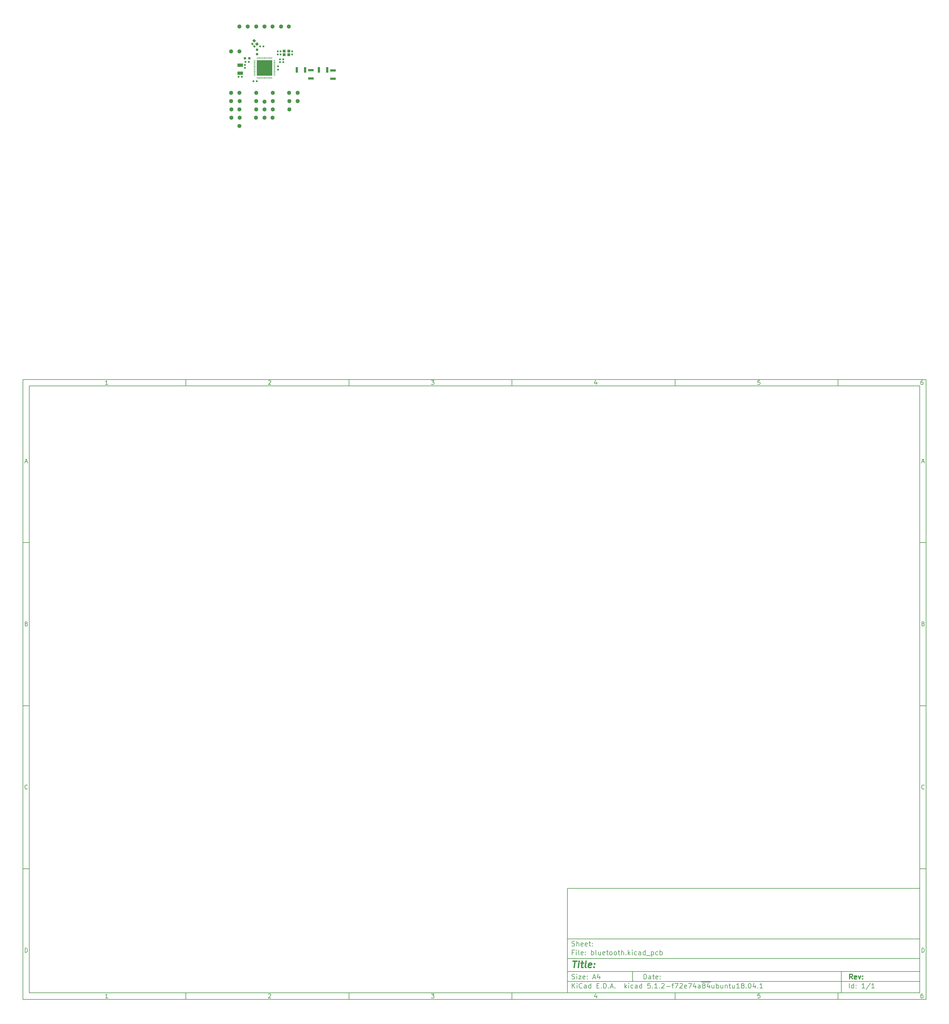
<source format=gbr>
%TF.GenerationSoftware,KiCad,Pcbnew,5.1.2-f72e74a~84~ubuntu18.04.1*%
%TF.CreationDate,2019-07-21T14:48:09+03:00*%
%TF.ProjectId,bluetooth,626c7565-746f-46f7-9468-2e6b69636164,rev?*%
%TF.SameCoordinates,Original*%
%TF.FileFunction,Soldermask,Top*%
%TF.FilePolarity,Negative*%
%FSLAX46Y46*%
G04 Gerber Fmt 4.6, Leading zero omitted, Abs format (unit mm)*
G04 Created by KiCad (PCBNEW 5.1.2-f72e74a~84~ubuntu18.04.1) date 2019-07-21 14:48:09*
%MOMM*%
%LPD*%
G04 APERTURE LIST*
%ADD10C,0.100000*%
%ADD11C,0.150000*%
%ADD12C,0.300000*%
%ADD13C,0.400000*%
%ADD14R,0.800000X1.750000*%
%ADD15R,1.750000X0.800000*%
%ADD16C,1.300000*%
%ADD17O,0.650000X0.200000*%
%ADD18O,0.200000X0.650000*%
%ADD19R,4.700000X4.700000*%
%ADD20R,0.600000X0.500000*%
%ADD21C,0.750000*%
%ADD22C,0.500000*%
%ADD23R,0.800000X0.750000*%
%ADD24R,0.500000X0.600000*%
%ADD25R,0.950000X0.850000*%
%ADD26R,0.750000X0.800000*%
%ADD27R,1.800000X1.000000*%
G04 APERTURE END LIST*
D10*
D11*
X177002200Y-166007200D02*
X177002200Y-198007200D01*
X285002200Y-198007200D01*
X285002200Y-166007200D01*
X177002200Y-166007200D01*
D10*
D11*
X10000000Y-10000000D02*
X10000000Y-200007200D01*
X287002200Y-200007200D01*
X287002200Y-10000000D01*
X10000000Y-10000000D01*
D10*
D11*
X12000000Y-12000000D02*
X12000000Y-198007200D01*
X285002200Y-198007200D01*
X285002200Y-12000000D01*
X12000000Y-12000000D01*
D10*
D11*
X60000000Y-12000000D02*
X60000000Y-10000000D01*
D10*
D11*
X110000000Y-12000000D02*
X110000000Y-10000000D01*
D10*
D11*
X160000000Y-12000000D02*
X160000000Y-10000000D01*
D10*
D11*
X210000000Y-12000000D02*
X210000000Y-10000000D01*
D10*
D11*
X260000000Y-12000000D02*
X260000000Y-10000000D01*
D10*
D11*
X36065476Y-11588095D02*
X35322619Y-11588095D01*
X35694047Y-11588095D02*
X35694047Y-10288095D01*
X35570238Y-10473809D01*
X35446428Y-10597619D01*
X35322619Y-10659523D01*
D10*
D11*
X85322619Y-10411904D02*
X85384523Y-10350000D01*
X85508333Y-10288095D01*
X85817857Y-10288095D01*
X85941666Y-10350000D01*
X86003571Y-10411904D01*
X86065476Y-10535714D01*
X86065476Y-10659523D01*
X86003571Y-10845238D01*
X85260714Y-11588095D01*
X86065476Y-11588095D01*
D10*
D11*
X135260714Y-10288095D02*
X136065476Y-10288095D01*
X135632142Y-10783333D01*
X135817857Y-10783333D01*
X135941666Y-10845238D01*
X136003571Y-10907142D01*
X136065476Y-11030952D01*
X136065476Y-11340476D01*
X136003571Y-11464285D01*
X135941666Y-11526190D01*
X135817857Y-11588095D01*
X135446428Y-11588095D01*
X135322619Y-11526190D01*
X135260714Y-11464285D01*
D10*
D11*
X185941666Y-10721428D02*
X185941666Y-11588095D01*
X185632142Y-10226190D02*
X185322619Y-11154761D01*
X186127380Y-11154761D01*
D10*
D11*
X236003571Y-10288095D02*
X235384523Y-10288095D01*
X235322619Y-10907142D01*
X235384523Y-10845238D01*
X235508333Y-10783333D01*
X235817857Y-10783333D01*
X235941666Y-10845238D01*
X236003571Y-10907142D01*
X236065476Y-11030952D01*
X236065476Y-11340476D01*
X236003571Y-11464285D01*
X235941666Y-11526190D01*
X235817857Y-11588095D01*
X235508333Y-11588095D01*
X235384523Y-11526190D01*
X235322619Y-11464285D01*
D10*
D11*
X285941666Y-10288095D02*
X285694047Y-10288095D01*
X285570238Y-10350000D01*
X285508333Y-10411904D01*
X285384523Y-10597619D01*
X285322619Y-10845238D01*
X285322619Y-11340476D01*
X285384523Y-11464285D01*
X285446428Y-11526190D01*
X285570238Y-11588095D01*
X285817857Y-11588095D01*
X285941666Y-11526190D01*
X286003571Y-11464285D01*
X286065476Y-11340476D01*
X286065476Y-11030952D01*
X286003571Y-10907142D01*
X285941666Y-10845238D01*
X285817857Y-10783333D01*
X285570238Y-10783333D01*
X285446428Y-10845238D01*
X285384523Y-10907142D01*
X285322619Y-11030952D01*
D10*
D11*
X60000000Y-198007200D02*
X60000000Y-200007200D01*
D10*
D11*
X110000000Y-198007200D02*
X110000000Y-200007200D01*
D10*
D11*
X160000000Y-198007200D02*
X160000000Y-200007200D01*
D10*
D11*
X210000000Y-198007200D02*
X210000000Y-200007200D01*
D10*
D11*
X260000000Y-198007200D02*
X260000000Y-200007200D01*
D10*
D11*
X36065476Y-199595295D02*
X35322619Y-199595295D01*
X35694047Y-199595295D02*
X35694047Y-198295295D01*
X35570238Y-198481009D01*
X35446428Y-198604819D01*
X35322619Y-198666723D01*
D10*
D11*
X85322619Y-198419104D02*
X85384523Y-198357200D01*
X85508333Y-198295295D01*
X85817857Y-198295295D01*
X85941666Y-198357200D01*
X86003571Y-198419104D01*
X86065476Y-198542914D01*
X86065476Y-198666723D01*
X86003571Y-198852438D01*
X85260714Y-199595295D01*
X86065476Y-199595295D01*
D10*
D11*
X135260714Y-198295295D02*
X136065476Y-198295295D01*
X135632142Y-198790533D01*
X135817857Y-198790533D01*
X135941666Y-198852438D01*
X136003571Y-198914342D01*
X136065476Y-199038152D01*
X136065476Y-199347676D01*
X136003571Y-199471485D01*
X135941666Y-199533390D01*
X135817857Y-199595295D01*
X135446428Y-199595295D01*
X135322619Y-199533390D01*
X135260714Y-199471485D01*
D10*
D11*
X185941666Y-198728628D02*
X185941666Y-199595295D01*
X185632142Y-198233390D02*
X185322619Y-199161961D01*
X186127380Y-199161961D01*
D10*
D11*
X236003571Y-198295295D02*
X235384523Y-198295295D01*
X235322619Y-198914342D01*
X235384523Y-198852438D01*
X235508333Y-198790533D01*
X235817857Y-198790533D01*
X235941666Y-198852438D01*
X236003571Y-198914342D01*
X236065476Y-199038152D01*
X236065476Y-199347676D01*
X236003571Y-199471485D01*
X235941666Y-199533390D01*
X235817857Y-199595295D01*
X235508333Y-199595295D01*
X235384523Y-199533390D01*
X235322619Y-199471485D01*
D10*
D11*
X285941666Y-198295295D02*
X285694047Y-198295295D01*
X285570238Y-198357200D01*
X285508333Y-198419104D01*
X285384523Y-198604819D01*
X285322619Y-198852438D01*
X285322619Y-199347676D01*
X285384523Y-199471485D01*
X285446428Y-199533390D01*
X285570238Y-199595295D01*
X285817857Y-199595295D01*
X285941666Y-199533390D01*
X286003571Y-199471485D01*
X286065476Y-199347676D01*
X286065476Y-199038152D01*
X286003571Y-198914342D01*
X285941666Y-198852438D01*
X285817857Y-198790533D01*
X285570238Y-198790533D01*
X285446428Y-198852438D01*
X285384523Y-198914342D01*
X285322619Y-199038152D01*
D10*
D11*
X10000000Y-60000000D02*
X12000000Y-60000000D01*
D10*
D11*
X10000000Y-110000000D02*
X12000000Y-110000000D01*
D10*
D11*
X10000000Y-160000000D02*
X12000000Y-160000000D01*
D10*
D11*
X10690476Y-35216666D02*
X11309523Y-35216666D01*
X10566666Y-35588095D02*
X11000000Y-34288095D01*
X11433333Y-35588095D01*
D10*
D11*
X11092857Y-84907142D02*
X11278571Y-84969047D01*
X11340476Y-85030952D01*
X11402380Y-85154761D01*
X11402380Y-85340476D01*
X11340476Y-85464285D01*
X11278571Y-85526190D01*
X11154761Y-85588095D01*
X10659523Y-85588095D01*
X10659523Y-84288095D01*
X11092857Y-84288095D01*
X11216666Y-84350000D01*
X11278571Y-84411904D01*
X11340476Y-84535714D01*
X11340476Y-84659523D01*
X11278571Y-84783333D01*
X11216666Y-84845238D01*
X11092857Y-84907142D01*
X10659523Y-84907142D01*
D10*
D11*
X11402380Y-135464285D02*
X11340476Y-135526190D01*
X11154761Y-135588095D01*
X11030952Y-135588095D01*
X10845238Y-135526190D01*
X10721428Y-135402380D01*
X10659523Y-135278571D01*
X10597619Y-135030952D01*
X10597619Y-134845238D01*
X10659523Y-134597619D01*
X10721428Y-134473809D01*
X10845238Y-134350000D01*
X11030952Y-134288095D01*
X11154761Y-134288095D01*
X11340476Y-134350000D01*
X11402380Y-134411904D01*
D10*
D11*
X10659523Y-185588095D02*
X10659523Y-184288095D01*
X10969047Y-184288095D01*
X11154761Y-184350000D01*
X11278571Y-184473809D01*
X11340476Y-184597619D01*
X11402380Y-184845238D01*
X11402380Y-185030952D01*
X11340476Y-185278571D01*
X11278571Y-185402380D01*
X11154761Y-185526190D01*
X10969047Y-185588095D01*
X10659523Y-185588095D01*
D10*
D11*
X287002200Y-60000000D02*
X285002200Y-60000000D01*
D10*
D11*
X287002200Y-110000000D02*
X285002200Y-110000000D01*
D10*
D11*
X287002200Y-160000000D02*
X285002200Y-160000000D01*
D10*
D11*
X285692676Y-35216666D02*
X286311723Y-35216666D01*
X285568866Y-35588095D02*
X286002200Y-34288095D01*
X286435533Y-35588095D01*
D10*
D11*
X286095057Y-84907142D02*
X286280771Y-84969047D01*
X286342676Y-85030952D01*
X286404580Y-85154761D01*
X286404580Y-85340476D01*
X286342676Y-85464285D01*
X286280771Y-85526190D01*
X286156961Y-85588095D01*
X285661723Y-85588095D01*
X285661723Y-84288095D01*
X286095057Y-84288095D01*
X286218866Y-84350000D01*
X286280771Y-84411904D01*
X286342676Y-84535714D01*
X286342676Y-84659523D01*
X286280771Y-84783333D01*
X286218866Y-84845238D01*
X286095057Y-84907142D01*
X285661723Y-84907142D01*
D10*
D11*
X286404580Y-135464285D02*
X286342676Y-135526190D01*
X286156961Y-135588095D01*
X286033152Y-135588095D01*
X285847438Y-135526190D01*
X285723628Y-135402380D01*
X285661723Y-135278571D01*
X285599819Y-135030952D01*
X285599819Y-134845238D01*
X285661723Y-134597619D01*
X285723628Y-134473809D01*
X285847438Y-134350000D01*
X286033152Y-134288095D01*
X286156961Y-134288095D01*
X286342676Y-134350000D01*
X286404580Y-134411904D01*
D10*
D11*
X285661723Y-185588095D02*
X285661723Y-184288095D01*
X285971247Y-184288095D01*
X286156961Y-184350000D01*
X286280771Y-184473809D01*
X286342676Y-184597619D01*
X286404580Y-184845238D01*
X286404580Y-185030952D01*
X286342676Y-185278571D01*
X286280771Y-185402380D01*
X286156961Y-185526190D01*
X285971247Y-185588095D01*
X285661723Y-185588095D01*
D10*
D11*
X200434342Y-193785771D02*
X200434342Y-192285771D01*
X200791485Y-192285771D01*
X201005771Y-192357200D01*
X201148628Y-192500057D01*
X201220057Y-192642914D01*
X201291485Y-192928628D01*
X201291485Y-193142914D01*
X201220057Y-193428628D01*
X201148628Y-193571485D01*
X201005771Y-193714342D01*
X200791485Y-193785771D01*
X200434342Y-193785771D01*
X202577200Y-193785771D02*
X202577200Y-193000057D01*
X202505771Y-192857200D01*
X202362914Y-192785771D01*
X202077200Y-192785771D01*
X201934342Y-192857200D01*
X202577200Y-193714342D02*
X202434342Y-193785771D01*
X202077200Y-193785771D01*
X201934342Y-193714342D01*
X201862914Y-193571485D01*
X201862914Y-193428628D01*
X201934342Y-193285771D01*
X202077200Y-193214342D01*
X202434342Y-193214342D01*
X202577200Y-193142914D01*
X203077200Y-192785771D02*
X203648628Y-192785771D01*
X203291485Y-192285771D02*
X203291485Y-193571485D01*
X203362914Y-193714342D01*
X203505771Y-193785771D01*
X203648628Y-193785771D01*
X204720057Y-193714342D02*
X204577200Y-193785771D01*
X204291485Y-193785771D01*
X204148628Y-193714342D01*
X204077200Y-193571485D01*
X204077200Y-193000057D01*
X204148628Y-192857200D01*
X204291485Y-192785771D01*
X204577200Y-192785771D01*
X204720057Y-192857200D01*
X204791485Y-193000057D01*
X204791485Y-193142914D01*
X204077200Y-193285771D01*
X205434342Y-193642914D02*
X205505771Y-193714342D01*
X205434342Y-193785771D01*
X205362914Y-193714342D01*
X205434342Y-193642914D01*
X205434342Y-193785771D01*
X205434342Y-192857200D02*
X205505771Y-192928628D01*
X205434342Y-193000057D01*
X205362914Y-192928628D01*
X205434342Y-192857200D01*
X205434342Y-193000057D01*
D10*
D11*
X177002200Y-194507200D02*
X285002200Y-194507200D01*
D10*
D11*
X178434342Y-196585771D02*
X178434342Y-195085771D01*
X179291485Y-196585771D02*
X178648628Y-195728628D01*
X179291485Y-195085771D02*
X178434342Y-195942914D01*
X179934342Y-196585771D02*
X179934342Y-195585771D01*
X179934342Y-195085771D02*
X179862914Y-195157200D01*
X179934342Y-195228628D01*
X180005771Y-195157200D01*
X179934342Y-195085771D01*
X179934342Y-195228628D01*
X181505771Y-196442914D02*
X181434342Y-196514342D01*
X181220057Y-196585771D01*
X181077200Y-196585771D01*
X180862914Y-196514342D01*
X180720057Y-196371485D01*
X180648628Y-196228628D01*
X180577200Y-195942914D01*
X180577200Y-195728628D01*
X180648628Y-195442914D01*
X180720057Y-195300057D01*
X180862914Y-195157200D01*
X181077200Y-195085771D01*
X181220057Y-195085771D01*
X181434342Y-195157200D01*
X181505771Y-195228628D01*
X182791485Y-196585771D02*
X182791485Y-195800057D01*
X182720057Y-195657200D01*
X182577200Y-195585771D01*
X182291485Y-195585771D01*
X182148628Y-195657200D01*
X182791485Y-196514342D02*
X182648628Y-196585771D01*
X182291485Y-196585771D01*
X182148628Y-196514342D01*
X182077200Y-196371485D01*
X182077200Y-196228628D01*
X182148628Y-196085771D01*
X182291485Y-196014342D01*
X182648628Y-196014342D01*
X182791485Y-195942914D01*
X184148628Y-196585771D02*
X184148628Y-195085771D01*
X184148628Y-196514342D02*
X184005771Y-196585771D01*
X183720057Y-196585771D01*
X183577200Y-196514342D01*
X183505771Y-196442914D01*
X183434342Y-196300057D01*
X183434342Y-195871485D01*
X183505771Y-195728628D01*
X183577200Y-195657200D01*
X183720057Y-195585771D01*
X184005771Y-195585771D01*
X184148628Y-195657200D01*
X186005771Y-195800057D02*
X186505771Y-195800057D01*
X186720057Y-196585771D02*
X186005771Y-196585771D01*
X186005771Y-195085771D01*
X186720057Y-195085771D01*
X187362914Y-196442914D02*
X187434342Y-196514342D01*
X187362914Y-196585771D01*
X187291485Y-196514342D01*
X187362914Y-196442914D01*
X187362914Y-196585771D01*
X188077200Y-196585771D02*
X188077200Y-195085771D01*
X188434342Y-195085771D01*
X188648628Y-195157200D01*
X188791485Y-195300057D01*
X188862914Y-195442914D01*
X188934342Y-195728628D01*
X188934342Y-195942914D01*
X188862914Y-196228628D01*
X188791485Y-196371485D01*
X188648628Y-196514342D01*
X188434342Y-196585771D01*
X188077200Y-196585771D01*
X189577200Y-196442914D02*
X189648628Y-196514342D01*
X189577200Y-196585771D01*
X189505771Y-196514342D01*
X189577200Y-196442914D01*
X189577200Y-196585771D01*
X190220057Y-196157200D02*
X190934342Y-196157200D01*
X190077200Y-196585771D02*
X190577200Y-195085771D01*
X191077200Y-196585771D01*
X191577200Y-196442914D02*
X191648628Y-196514342D01*
X191577200Y-196585771D01*
X191505771Y-196514342D01*
X191577200Y-196442914D01*
X191577200Y-196585771D01*
X194577200Y-196585771D02*
X194577200Y-195085771D01*
X194720057Y-196014342D02*
X195148628Y-196585771D01*
X195148628Y-195585771D02*
X194577200Y-196157200D01*
X195791485Y-196585771D02*
X195791485Y-195585771D01*
X195791485Y-195085771D02*
X195720057Y-195157200D01*
X195791485Y-195228628D01*
X195862914Y-195157200D01*
X195791485Y-195085771D01*
X195791485Y-195228628D01*
X197148628Y-196514342D02*
X197005771Y-196585771D01*
X196720057Y-196585771D01*
X196577200Y-196514342D01*
X196505771Y-196442914D01*
X196434342Y-196300057D01*
X196434342Y-195871485D01*
X196505771Y-195728628D01*
X196577200Y-195657200D01*
X196720057Y-195585771D01*
X197005771Y-195585771D01*
X197148628Y-195657200D01*
X198434342Y-196585771D02*
X198434342Y-195800057D01*
X198362914Y-195657200D01*
X198220057Y-195585771D01*
X197934342Y-195585771D01*
X197791485Y-195657200D01*
X198434342Y-196514342D02*
X198291485Y-196585771D01*
X197934342Y-196585771D01*
X197791485Y-196514342D01*
X197720057Y-196371485D01*
X197720057Y-196228628D01*
X197791485Y-196085771D01*
X197934342Y-196014342D01*
X198291485Y-196014342D01*
X198434342Y-195942914D01*
X199791485Y-196585771D02*
X199791485Y-195085771D01*
X199791485Y-196514342D02*
X199648628Y-196585771D01*
X199362914Y-196585771D01*
X199220057Y-196514342D01*
X199148628Y-196442914D01*
X199077200Y-196300057D01*
X199077200Y-195871485D01*
X199148628Y-195728628D01*
X199220057Y-195657200D01*
X199362914Y-195585771D01*
X199648628Y-195585771D01*
X199791485Y-195657200D01*
X202362914Y-195085771D02*
X201648628Y-195085771D01*
X201577200Y-195800057D01*
X201648628Y-195728628D01*
X201791485Y-195657200D01*
X202148628Y-195657200D01*
X202291485Y-195728628D01*
X202362914Y-195800057D01*
X202434342Y-195942914D01*
X202434342Y-196300057D01*
X202362914Y-196442914D01*
X202291485Y-196514342D01*
X202148628Y-196585771D01*
X201791485Y-196585771D01*
X201648628Y-196514342D01*
X201577200Y-196442914D01*
X203077200Y-196442914D02*
X203148628Y-196514342D01*
X203077200Y-196585771D01*
X203005771Y-196514342D01*
X203077200Y-196442914D01*
X203077200Y-196585771D01*
X204577200Y-196585771D02*
X203720057Y-196585771D01*
X204148628Y-196585771D02*
X204148628Y-195085771D01*
X204005771Y-195300057D01*
X203862914Y-195442914D01*
X203720057Y-195514342D01*
X205220057Y-196442914D02*
X205291485Y-196514342D01*
X205220057Y-196585771D01*
X205148628Y-196514342D01*
X205220057Y-196442914D01*
X205220057Y-196585771D01*
X205862914Y-195228628D02*
X205934342Y-195157200D01*
X206077200Y-195085771D01*
X206434342Y-195085771D01*
X206577200Y-195157200D01*
X206648628Y-195228628D01*
X206720057Y-195371485D01*
X206720057Y-195514342D01*
X206648628Y-195728628D01*
X205791485Y-196585771D01*
X206720057Y-196585771D01*
X207362914Y-196014342D02*
X208505771Y-196014342D01*
X209005771Y-195585771D02*
X209577200Y-195585771D01*
X209220057Y-196585771D02*
X209220057Y-195300057D01*
X209291485Y-195157200D01*
X209434342Y-195085771D01*
X209577200Y-195085771D01*
X209934342Y-195085771D02*
X210934342Y-195085771D01*
X210291485Y-196585771D01*
X211434342Y-195228628D02*
X211505771Y-195157200D01*
X211648628Y-195085771D01*
X212005771Y-195085771D01*
X212148628Y-195157200D01*
X212220057Y-195228628D01*
X212291485Y-195371485D01*
X212291485Y-195514342D01*
X212220057Y-195728628D01*
X211362914Y-196585771D01*
X212291485Y-196585771D01*
X213505771Y-196514342D02*
X213362914Y-196585771D01*
X213077200Y-196585771D01*
X212934342Y-196514342D01*
X212862914Y-196371485D01*
X212862914Y-195800057D01*
X212934342Y-195657200D01*
X213077200Y-195585771D01*
X213362914Y-195585771D01*
X213505771Y-195657200D01*
X213577200Y-195800057D01*
X213577200Y-195942914D01*
X212862914Y-196085771D01*
X214077200Y-195085771D02*
X215077200Y-195085771D01*
X214434342Y-196585771D01*
X216291485Y-195585771D02*
X216291485Y-196585771D01*
X215934342Y-195014342D02*
X215577200Y-196085771D01*
X216505771Y-196085771D01*
X217720057Y-196585771D02*
X217720057Y-195800057D01*
X217648628Y-195657200D01*
X217505771Y-195585771D01*
X217220057Y-195585771D01*
X217077200Y-195657200D01*
X217720057Y-196514342D02*
X217577200Y-196585771D01*
X217220057Y-196585771D01*
X217077200Y-196514342D01*
X217005771Y-196371485D01*
X217005771Y-196228628D01*
X217077200Y-196085771D01*
X217220057Y-196014342D01*
X217577200Y-196014342D01*
X217720057Y-195942914D01*
X218077200Y-194677200D02*
X219505771Y-194677200D01*
X218648628Y-195728628D02*
X218505771Y-195657200D01*
X218434342Y-195585771D01*
X218362914Y-195442914D01*
X218362914Y-195371485D01*
X218434342Y-195228628D01*
X218505771Y-195157200D01*
X218648628Y-195085771D01*
X218934342Y-195085771D01*
X219077200Y-195157200D01*
X219148628Y-195228628D01*
X219220057Y-195371485D01*
X219220057Y-195442914D01*
X219148628Y-195585771D01*
X219077200Y-195657200D01*
X218934342Y-195728628D01*
X218648628Y-195728628D01*
X218505771Y-195800057D01*
X218434342Y-195871485D01*
X218362914Y-196014342D01*
X218362914Y-196300057D01*
X218434342Y-196442914D01*
X218505771Y-196514342D01*
X218648628Y-196585771D01*
X218934342Y-196585771D01*
X219077200Y-196514342D01*
X219148628Y-196442914D01*
X219220057Y-196300057D01*
X219220057Y-196014342D01*
X219148628Y-195871485D01*
X219077200Y-195800057D01*
X218934342Y-195728628D01*
X219505771Y-194677200D02*
X220934342Y-194677200D01*
X220505771Y-195585771D02*
X220505771Y-196585771D01*
X220148628Y-195014342D02*
X219791485Y-196085771D01*
X220720057Y-196085771D01*
X221934342Y-195585771D02*
X221934342Y-196585771D01*
X221291485Y-195585771D02*
X221291485Y-196371485D01*
X221362914Y-196514342D01*
X221505771Y-196585771D01*
X221720057Y-196585771D01*
X221862914Y-196514342D01*
X221934342Y-196442914D01*
X222648628Y-196585771D02*
X222648628Y-195085771D01*
X222648628Y-195657200D02*
X222791485Y-195585771D01*
X223077200Y-195585771D01*
X223220057Y-195657200D01*
X223291485Y-195728628D01*
X223362914Y-195871485D01*
X223362914Y-196300057D01*
X223291485Y-196442914D01*
X223220057Y-196514342D01*
X223077200Y-196585771D01*
X222791485Y-196585771D01*
X222648628Y-196514342D01*
X224648628Y-195585771D02*
X224648628Y-196585771D01*
X224005771Y-195585771D02*
X224005771Y-196371485D01*
X224077200Y-196514342D01*
X224220057Y-196585771D01*
X224434342Y-196585771D01*
X224577200Y-196514342D01*
X224648628Y-196442914D01*
X225362914Y-195585771D02*
X225362914Y-196585771D01*
X225362914Y-195728628D02*
X225434342Y-195657200D01*
X225577200Y-195585771D01*
X225791485Y-195585771D01*
X225934342Y-195657200D01*
X226005771Y-195800057D01*
X226005771Y-196585771D01*
X226505771Y-195585771D02*
X227077200Y-195585771D01*
X226720057Y-195085771D02*
X226720057Y-196371485D01*
X226791485Y-196514342D01*
X226934342Y-196585771D01*
X227077200Y-196585771D01*
X228220057Y-195585771D02*
X228220057Y-196585771D01*
X227577200Y-195585771D02*
X227577200Y-196371485D01*
X227648628Y-196514342D01*
X227791485Y-196585771D01*
X228005771Y-196585771D01*
X228148628Y-196514342D01*
X228220057Y-196442914D01*
X229720057Y-196585771D02*
X228862914Y-196585771D01*
X229291485Y-196585771D02*
X229291485Y-195085771D01*
X229148628Y-195300057D01*
X229005771Y-195442914D01*
X228862914Y-195514342D01*
X230577200Y-195728628D02*
X230434342Y-195657200D01*
X230362914Y-195585771D01*
X230291485Y-195442914D01*
X230291485Y-195371485D01*
X230362914Y-195228628D01*
X230434342Y-195157200D01*
X230577200Y-195085771D01*
X230862914Y-195085771D01*
X231005771Y-195157200D01*
X231077200Y-195228628D01*
X231148628Y-195371485D01*
X231148628Y-195442914D01*
X231077200Y-195585771D01*
X231005771Y-195657200D01*
X230862914Y-195728628D01*
X230577200Y-195728628D01*
X230434342Y-195800057D01*
X230362914Y-195871485D01*
X230291485Y-196014342D01*
X230291485Y-196300057D01*
X230362914Y-196442914D01*
X230434342Y-196514342D01*
X230577200Y-196585771D01*
X230862914Y-196585771D01*
X231005771Y-196514342D01*
X231077200Y-196442914D01*
X231148628Y-196300057D01*
X231148628Y-196014342D01*
X231077200Y-195871485D01*
X231005771Y-195800057D01*
X230862914Y-195728628D01*
X231791485Y-196442914D02*
X231862914Y-196514342D01*
X231791485Y-196585771D01*
X231720057Y-196514342D01*
X231791485Y-196442914D01*
X231791485Y-196585771D01*
X232791485Y-195085771D02*
X232934342Y-195085771D01*
X233077200Y-195157200D01*
X233148628Y-195228628D01*
X233220057Y-195371485D01*
X233291485Y-195657200D01*
X233291485Y-196014342D01*
X233220057Y-196300057D01*
X233148628Y-196442914D01*
X233077200Y-196514342D01*
X232934342Y-196585771D01*
X232791485Y-196585771D01*
X232648628Y-196514342D01*
X232577200Y-196442914D01*
X232505771Y-196300057D01*
X232434342Y-196014342D01*
X232434342Y-195657200D01*
X232505771Y-195371485D01*
X232577200Y-195228628D01*
X232648628Y-195157200D01*
X232791485Y-195085771D01*
X234577200Y-195585771D02*
X234577200Y-196585771D01*
X234220057Y-195014342D02*
X233862914Y-196085771D01*
X234791485Y-196085771D01*
X235362914Y-196442914D02*
X235434342Y-196514342D01*
X235362914Y-196585771D01*
X235291485Y-196514342D01*
X235362914Y-196442914D01*
X235362914Y-196585771D01*
X236862914Y-196585771D02*
X236005771Y-196585771D01*
X236434342Y-196585771D02*
X236434342Y-195085771D01*
X236291485Y-195300057D01*
X236148628Y-195442914D01*
X236005771Y-195514342D01*
D10*
D11*
X177002200Y-191507200D02*
X285002200Y-191507200D01*
D10*
D12*
X264411485Y-193785771D02*
X263911485Y-193071485D01*
X263554342Y-193785771D02*
X263554342Y-192285771D01*
X264125771Y-192285771D01*
X264268628Y-192357200D01*
X264340057Y-192428628D01*
X264411485Y-192571485D01*
X264411485Y-192785771D01*
X264340057Y-192928628D01*
X264268628Y-193000057D01*
X264125771Y-193071485D01*
X263554342Y-193071485D01*
X265625771Y-193714342D02*
X265482914Y-193785771D01*
X265197200Y-193785771D01*
X265054342Y-193714342D01*
X264982914Y-193571485D01*
X264982914Y-193000057D01*
X265054342Y-192857200D01*
X265197200Y-192785771D01*
X265482914Y-192785771D01*
X265625771Y-192857200D01*
X265697200Y-193000057D01*
X265697200Y-193142914D01*
X264982914Y-193285771D01*
X266197200Y-192785771D02*
X266554342Y-193785771D01*
X266911485Y-192785771D01*
X267482914Y-193642914D02*
X267554342Y-193714342D01*
X267482914Y-193785771D01*
X267411485Y-193714342D01*
X267482914Y-193642914D01*
X267482914Y-193785771D01*
X267482914Y-192857200D02*
X267554342Y-192928628D01*
X267482914Y-193000057D01*
X267411485Y-192928628D01*
X267482914Y-192857200D01*
X267482914Y-193000057D01*
D10*
D11*
X178362914Y-193714342D02*
X178577200Y-193785771D01*
X178934342Y-193785771D01*
X179077200Y-193714342D01*
X179148628Y-193642914D01*
X179220057Y-193500057D01*
X179220057Y-193357200D01*
X179148628Y-193214342D01*
X179077200Y-193142914D01*
X178934342Y-193071485D01*
X178648628Y-193000057D01*
X178505771Y-192928628D01*
X178434342Y-192857200D01*
X178362914Y-192714342D01*
X178362914Y-192571485D01*
X178434342Y-192428628D01*
X178505771Y-192357200D01*
X178648628Y-192285771D01*
X179005771Y-192285771D01*
X179220057Y-192357200D01*
X179862914Y-193785771D02*
X179862914Y-192785771D01*
X179862914Y-192285771D02*
X179791485Y-192357200D01*
X179862914Y-192428628D01*
X179934342Y-192357200D01*
X179862914Y-192285771D01*
X179862914Y-192428628D01*
X180434342Y-192785771D02*
X181220057Y-192785771D01*
X180434342Y-193785771D01*
X181220057Y-193785771D01*
X182362914Y-193714342D02*
X182220057Y-193785771D01*
X181934342Y-193785771D01*
X181791485Y-193714342D01*
X181720057Y-193571485D01*
X181720057Y-193000057D01*
X181791485Y-192857200D01*
X181934342Y-192785771D01*
X182220057Y-192785771D01*
X182362914Y-192857200D01*
X182434342Y-193000057D01*
X182434342Y-193142914D01*
X181720057Y-193285771D01*
X183077200Y-193642914D02*
X183148628Y-193714342D01*
X183077200Y-193785771D01*
X183005771Y-193714342D01*
X183077200Y-193642914D01*
X183077200Y-193785771D01*
X183077200Y-192857200D02*
X183148628Y-192928628D01*
X183077200Y-193000057D01*
X183005771Y-192928628D01*
X183077200Y-192857200D01*
X183077200Y-193000057D01*
X184862914Y-193357200D02*
X185577200Y-193357200D01*
X184720057Y-193785771D02*
X185220057Y-192285771D01*
X185720057Y-193785771D01*
X186862914Y-192785771D02*
X186862914Y-193785771D01*
X186505771Y-192214342D02*
X186148628Y-193285771D01*
X187077200Y-193285771D01*
D10*
D11*
X263434342Y-196585771D02*
X263434342Y-195085771D01*
X264791485Y-196585771D02*
X264791485Y-195085771D01*
X264791485Y-196514342D02*
X264648628Y-196585771D01*
X264362914Y-196585771D01*
X264220057Y-196514342D01*
X264148628Y-196442914D01*
X264077200Y-196300057D01*
X264077200Y-195871485D01*
X264148628Y-195728628D01*
X264220057Y-195657200D01*
X264362914Y-195585771D01*
X264648628Y-195585771D01*
X264791485Y-195657200D01*
X265505771Y-196442914D02*
X265577200Y-196514342D01*
X265505771Y-196585771D01*
X265434342Y-196514342D01*
X265505771Y-196442914D01*
X265505771Y-196585771D01*
X265505771Y-195657200D02*
X265577200Y-195728628D01*
X265505771Y-195800057D01*
X265434342Y-195728628D01*
X265505771Y-195657200D01*
X265505771Y-195800057D01*
X268148628Y-196585771D02*
X267291485Y-196585771D01*
X267720057Y-196585771D02*
X267720057Y-195085771D01*
X267577200Y-195300057D01*
X267434342Y-195442914D01*
X267291485Y-195514342D01*
X269862914Y-195014342D02*
X268577200Y-196942914D01*
X271148628Y-196585771D02*
X270291485Y-196585771D01*
X270720057Y-196585771D02*
X270720057Y-195085771D01*
X270577200Y-195300057D01*
X270434342Y-195442914D01*
X270291485Y-195514342D01*
D10*
D11*
X177002200Y-187507200D02*
X285002200Y-187507200D01*
D10*
D13*
X178714580Y-188211961D02*
X179857438Y-188211961D01*
X179036009Y-190211961D02*
X179286009Y-188211961D01*
X180274104Y-190211961D02*
X180440771Y-188878628D01*
X180524104Y-188211961D02*
X180416961Y-188307200D01*
X180500295Y-188402438D01*
X180607438Y-188307200D01*
X180524104Y-188211961D01*
X180500295Y-188402438D01*
X181107438Y-188878628D02*
X181869342Y-188878628D01*
X181476485Y-188211961D02*
X181262200Y-189926247D01*
X181333628Y-190116723D01*
X181512200Y-190211961D01*
X181702676Y-190211961D01*
X182655057Y-190211961D02*
X182476485Y-190116723D01*
X182405057Y-189926247D01*
X182619342Y-188211961D01*
X184190771Y-190116723D02*
X183988390Y-190211961D01*
X183607438Y-190211961D01*
X183428866Y-190116723D01*
X183357438Y-189926247D01*
X183452676Y-189164342D01*
X183571723Y-188973866D01*
X183774104Y-188878628D01*
X184155057Y-188878628D01*
X184333628Y-188973866D01*
X184405057Y-189164342D01*
X184381247Y-189354819D01*
X183405057Y-189545295D01*
X185155057Y-190021485D02*
X185238390Y-190116723D01*
X185131247Y-190211961D01*
X185047914Y-190116723D01*
X185155057Y-190021485D01*
X185131247Y-190211961D01*
X185286009Y-188973866D02*
X185369342Y-189069104D01*
X185262200Y-189164342D01*
X185178866Y-189069104D01*
X185286009Y-188973866D01*
X185262200Y-189164342D01*
D10*
D11*
X178934342Y-185600057D02*
X178434342Y-185600057D01*
X178434342Y-186385771D02*
X178434342Y-184885771D01*
X179148628Y-184885771D01*
X179720057Y-186385771D02*
X179720057Y-185385771D01*
X179720057Y-184885771D02*
X179648628Y-184957200D01*
X179720057Y-185028628D01*
X179791485Y-184957200D01*
X179720057Y-184885771D01*
X179720057Y-185028628D01*
X180648628Y-186385771D02*
X180505771Y-186314342D01*
X180434342Y-186171485D01*
X180434342Y-184885771D01*
X181791485Y-186314342D02*
X181648628Y-186385771D01*
X181362914Y-186385771D01*
X181220057Y-186314342D01*
X181148628Y-186171485D01*
X181148628Y-185600057D01*
X181220057Y-185457200D01*
X181362914Y-185385771D01*
X181648628Y-185385771D01*
X181791485Y-185457200D01*
X181862914Y-185600057D01*
X181862914Y-185742914D01*
X181148628Y-185885771D01*
X182505771Y-186242914D02*
X182577200Y-186314342D01*
X182505771Y-186385771D01*
X182434342Y-186314342D01*
X182505771Y-186242914D01*
X182505771Y-186385771D01*
X182505771Y-185457200D02*
X182577200Y-185528628D01*
X182505771Y-185600057D01*
X182434342Y-185528628D01*
X182505771Y-185457200D01*
X182505771Y-185600057D01*
X184362914Y-186385771D02*
X184362914Y-184885771D01*
X184362914Y-185457200D02*
X184505771Y-185385771D01*
X184791485Y-185385771D01*
X184934342Y-185457200D01*
X185005771Y-185528628D01*
X185077200Y-185671485D01*
X185077200Y-186100057D01*
X185005771Y-186242914D01*
X184934342Y-186314342D01*
X184791485Y-186385771D01*
X184505771Y-186385771D01*
X184362914Y-186314342D01*
X185934342Y-186385771D02*
X185791485Y-186314342D01*
X185720057Y-186171485D01*
X185720057Y-184885771D01*
X187148628Y-185385771D02*
X187148628Y-186385771D01*
X186505771Y-185385771D02*
X186505771Y-186171485D01*
X186577200Y-186314342D01*
X186720057Y-186385771D01*
X186934342Y-186385771D01*
X187077200Y-186314342D01*
X187148628Y-186242914D01*
X188434342Y-186314342D02*
X188291485Y-186385771D01*
X188005771Y-186385771D01*
X187862914Y-186314342D01*
X187791485Y-186171485D01*
X187791485Y-185600057D01*
X187862914Y-185457200D01*
X188005771Y-185385771D01*
X188291485Y-185385771D01*
X188434342Y-185457200D01*
X188505771Y-185600057D01*
X188505771Y-185742914D01*
X187791485Y-185885771D01*
X188934342Y-185385771D02*
X189505771Y-185385771D01*
X189148628Y-184885771D02*
X189148628Y-186171485D01*
X189220057Y-186314342D01*
X189362914Y-186385771D01*
X189505771Y-186385771D01*
X190220057Y-186385771D02*
X190077200Y-186314342D01*
X190005771Y-186242914D01*
X189934342Y-186100057D01*
X189934342Y-185671485D01*
X190005771Y-185528628D01*
X190077200Y-185457200D01*
X190220057Y-185385771D01*
X190434342Y-185385771D01*
X190577200Y-185457200D01*
X190648628Y-185528628D01*
X190720057Y-185671485D01*
X190720057Y-186100057D01*
X190648628Y-186242914D01*
X190577200Y-186314342D01*
X190434342Y-186385771D01*
X190220057Y-186385771D01*
X191577200Y-186385771D02*
X191434342Y-186314342D01*
X191362914Y-186242914D01*
X191291485Y-186100057D01*
X191291485Y-185671485D01*
X191362914Y-185528628D01*
X191434342Y-185457200D01*
X191577200Y-185385771D01*
X191791485Y-185385771D01*
X191934342Y-185457200D01*
X192005771Y-185528628D01*
X192077200Y-185671485D01*
X192077200Y-186100057D01*
X192005771Y-186242914D01*
X191934342Y-186314342D01*
X191791485Y-186385771D01*
X191577200Y-186385771D01*
X192505771Y-185385771D02*
X193077200Y-185385771D01*
X192720057Y-184885771D02*
X192720057Y-186171485D01*
X192791485Y-186314342D01*
X192934342Y-186385771D01*
X193077200Y-186385771D01*
X193577200Y-186385771D02*
X193577200Y-184885771D01*
X194220057Y-186385771D02*
X194220057Y-185600057D01*
X194148628Y-185457200D01*
X194005771Y-185385771D01*
X193791485Y-185385771D01*
X193648628Y-185457200D01*
X193577200Y-185528628D01*
X194934342Y-186242914D02*
X195005771Y-186314342D01*
X194934342Y-186385771D01*
X194862914Y-186314342D01*
X194934342Y-186242914D01*
X194934342Y-186385771D01*
X195648628Y-186385771D02*
X195648628Y-184885771D01*
X195791485Y-185814342D02*
X196220057Y-186385771D01*
X196220057Y-185385771D02*
X195648628Y-185957200D01*
X196862914Y-186385771D02*
X196862914Y-185385771D01*
X196862914Y-184885771D02*
X196791485Y-184957200D01*
X196862914Y-185028628D01*
X196934342Y-184957200D01*
X196862914Y-184885771D01*
X196862914Y-185028628D01*
X198220057Y-186314342D02*
X198077200Y-186385771D01*
X197791485Y-186385771D01*
X197648628Y-186314342D01*
X197577200Y-186242914D01*
X197505771Y-186100057D01*
X197505771Y-185671485D01*
X197577200Y-185528628D01*
X197648628Y-185457200D01*
X197791485Y-185385771D01*
X198077200Y-185385771D01*
X198220057Y-185457200D01*
X199505771Y-186385771D02*
X199505771Y-185600057D01*
X199434342Y-185457200D01*
X199291485Y-185385771D01*
X199005771Y-185385771D01*
X198862914Y-185457200D01*
X199505771Y-186314342D02*
X199362914Y-186385771D01*
X199005771Y-186385771D01*
X198862914Y-186314342D01*
X198791485Y-186171485D01*
X198791485Y-186028628D01*
X198862914Y-185885771D01*
X199005771Y-185814342D01*
X199362914Y-185814342D01*
X199505771Y-185742914D01*
X200862914Y-186385771D02*
X200862914Y-184885771D01*
X200862914Y-186314342D02*
X200720057Y-186385771D01*
X200434342Y-186385771D01*
X200291485Y-186314342D01*
X200220057Y-186242914D01*
X200148628Y-186100057D01*
X200148628Y-185671485D01*
X200220057Y-185528628D01*
X200291485Y-185457200D01*
X200434342Y-185385771D01*
X200720057Y-185385771D01*
X200862914Y-185457200D01*
X201220057Y-186528628D02*
X202362914Y-186528628D01*
X202720057Y-185385771D02*
X202720057Y-186885771D01*
X202720057Y-185457200D02*
X202862914Y-185385771D01*
X203148628Y-185385771D01*
X203291485Y-185457200D01*
X203362914Y-185528628D01*
X203434342Y-185671485D01*
X203434342Y-186100057D01*
X203362914Y-186242914D01*
X203291485Y-186314342D01*
X203148628Y-186385771D01*
X202862914Y-186385771D01*
X202720057Y-186314342D01*
X204720057Y-186314342D02*
X204577200Y-186385771D01*
X204291485Y-186385771D01*
X204148628Y-186314342D01*
X204077200Y-186242914D01*
X204005771Y-186100057D01*
X204005771Y-185671485D01*
X204077200Y-185528628D01*
X204148628Y-185457200D01*
X204291485Y-185385771D01*
X204577200Y-185385771D01*
X204720057Y-185457200D01*
X205362914Y-186385771D02*
X205362914Y-184885771D01*
X205362914Y-185457200D02*
X205505771Y-185385771D01*
X205791485Y-185385771D01*
X205934342Y-185457200D01*
X206005771Y-185528628D01*
X206077200Y-185671485D01*
X206077200Y-186100057D01*
X206005771Y-186242914D01*
X205934342Y-186314342D01*
X205791485Y-186385771D01*
X205505771Y-186385771D01*
X205362914Y-186314342D01*
D10*
D11*
X177002200Y-181507200D02*
X285002200Y-181507200D01*
D10*
D11*
X178362914Y-183614342D02*
X178577200Y-183685771D01*
X178934342Y-183685771D01*
X179077200Y-183614342D01*
X179148628Y-183542914D01*
X179220057Y-183400057D01*
X179220057Y-183257200D01*
X179148628Y-183114342D01*
X179077200Y-183042914D01*
X178934342Y-182971485D01*
X178648628Y-182900057D01*
X178505771Y-182828628D01*
X178434342Y-182757200D01*
X178362914Y-182614342D01*
X178362914Y-182471485D01*
X178434342Y-182328628D01*
X178505771Y-182257200D01*
X178648628Y-182185771D01*
X179005771Y-182185771D01*
X179220057Y-182257200D01*
X179862914Y-183685771D02*
X179862914Y-182185771D01*
X180505771Y-183685771D02*
X180505771Y-182900057D01*
X180434342Y-182757200D01*
X180291485Y-182685771D01*
X180077200Y-182685771D01*
X179934342Y-182757200D01*
X179862914Y-182828628D01*
X181791485Y-183614342D02*
X181648628Y-183685771D01*
X181362914Y-183685771D01*
X181220057Y-183614342D01*
X181148628Y-183471485D01*
X181148628Y-182900057D01*
X181220057Y-182757200D01*
X181362914Y-182685771D01*
X181648628Y-182685771D01*
X181791485Y-182757200D01*
X181862914Y-182900057D01*
X181862914Y-183042914D01*
X181148628Y-183185771D01*
X183077200Y-183614342D02*
X182934342Y-183685771D01*
X182648628Y-183685771D01*
X182505771Y-183614342D01*
X182434342Y-183471485D01*
X182434342Y-182900057D01*
X182505771Y-182757200D01*
X182648628Y-182685771D01*
X182934342Y-182685771D01*
X183077200Y-182757200D01*
X183148628Y-182900057D01*
X183148628Y-183042914D01*
X182434342Y-183185771D01*
X183577200Y-182685771D02*
X184148628Y-182685771D01*
X183791485Y-182185771D02*
X183791485Y-183471485D01*
X183862914Y-183614342D01*
X184005771Y-183685771D01*
X184148628Y-183685771D01*
X184648628Y-183542914D02*
X184720057Y-183614342D01*
X184648628Y-183685771D01*
X184577200Y-183614342D01*
X184648628Y-183542914D01*
X184648628Y-183685771D01*
X184648628Y-182757200D02*
X184720057Y-182828628D01*
X184648628Y-182900057D01*
X184577200Y-182828628D01*
X184648628Y-182757200D01*
X184648628Y-182900057D01*
D10*
D11*
X197002200Y-191507200D02*
X197002200Y-194507200D01*
D10*
D11*
X261002200Y-191507200D02*
X261002200Y-198007200D01*
D14*
%TO.C,Cap_2*%
X96530000Y84870000D03*
X93980000Y84870000D03*
%TD*%
D15*
%TO.C,Cap_4*%
X105120000Y84715000D03*
X105120000Y82165000D03*
%TD*%
D14*
%TO.C,Cap_1*%
X100770000Y84850000D03*
X103320000Y84850000D03*
%TD*%
D15*
%TO.C,Cap_3*%
X98370000Y84820000D03*
X98370000Y82270000D03*
%TD*%
D16*
%TO.C,U102*%
X86650000Y77830000D03*
%TD*%
%TO.C,U26*%
X73890000Y90530000D03*
%TD*%
%TO.C,U8*%
X76430000Y90530000D03*
%TD*%
D17*
%TO.C,U1*%
X81080940Y87691620D03*
X81080940Y87291620D03*
X81080940Y86891620D03*
X81080940Y86491620D03*
X81080940Y86091620D03*
X81080940Y85691620D03*
X81080940Y85291620D03*
X81080940Y84891620D03*
X81080940Y84491620D03*
X81080940Y84091620D03*
X81080940Y83691620D03*
X81080940Y83291620D03*
D18*
X81905930Y82466620D03*
X82305930Y82466620D03*
X82705940Y82466620D03*
X83105930Y82466620D03*
X83505930Y82466620D03*
X83905940Y82466620D03*
X84305940Y82466620D03*
X84705940Y82466620D03*
X85105940Y82466620D03*
X85505940Y82466620D03*
X85905940Y82466620D03*
X86305940Y82466620D03*
D17*
X87130940Y83291620D03*
X87130940Y83691620D03*
X87130940Y84091620D03*
X87130940Y84491620D03*
X87130940Y84891620D03*
X87130940Y85291620D03*
X87130940Y85691620D03*
X87130940Y86091620D03*
X87130940Y86491620D03*
X87130940Y86891620D03*
X87130940Y87291620D03*
X87130940Y87691620D03*
D18*
X86305940Y88516620D03*
X85905930Y88516620D03*
X85505940Y88516620D03*
X85105940Y88516620D03*
X84705930Y88516620D03*
X84305940Y88516620D03*
X83905930Y88516620D03*
X83505930Y88516620D03*
X83105930Y88516620D03*
X82705930Y88516620D03*
X82305930Y88516620D03*
X81905930Y88516620D03*
D19*
X84105940Y85491620D03*
%TD*%
D16*
%TO.C,U33*%
X76430000Y77830000D03*
%TD*%
%TO.C,U31*%
X81510000Y70210000D03*
%TD*%
%TO.C,U25*%
X73950000Y72800000D03*
%TD*%
%TO.C,U20*%
X84110000Y72800000D03*
%TD*%
%TO.C,U19*%
X91670000Y77830000D03*
%TD*%
D20*
%TO.C,C12*%
X77138330Y82799220D03*
X76138330Y82799220D03*
%TD*%
D21*
%TO.C,C10*%
X81797340Y92802820D03*
D10*
G36*
X81731968Y92258438D02*
G01*
X81249877Y92832972D01*
X81862712Y93347202D01*
X82344803Y92772668D01*
X81731968Y92258438D01*
X81731968Y92258438D01*
G37*
D21*
X80929570Y93836980D03*
D10*
G36*
X80864198Y93292598D02*
G01*
X80382107Y93867132D01*
X80994942Y94381362D01*
X81477033Y93806828D01*
X80864198Y93292598D01*
X80864198Y93292598D01*
G37*
%TD*%
D22*
%TO.C,L3*%
X80982980Y92092430D03*
D10*
G36*
X81000375Y91682769D02*
G01*
X80582563Y92180698D01*
X80965585Y92502091D01*
X81383397Y92004162D01*
X81000375Y91682769D01*
X81000375Y91682769D01*
G37*
D22*
X80372330Y92820170D03*
D10*
G36*
X80389725Y92410509D02*
G01*
X79971913Y92908438D01*
X80354935Y93229831D01*
X80772747Y92731902D01*
X80389725Y92410509D01*
X80389725Y92410509D01*
G37*
%TD*%
D23*
%TO.C,L2*%
X81845340Y91048580D03*
X81845340Y89698580D03*
%TD*%
D20*
%TO.C,C4*%
X79271930Y87371220D03*
X78271930Y87371220D03*
%TD*%
%TO.C,C5*%
X81761130Y81402220D03*
X80761130Y81402220D03*
%TD*%
%TO.C,C7*%
X88889140Y88107820D03*
X89889140Y88107820D03*
%TD*%
D24*
%TO.C,C1*%
X92589370Y90589200D03*
X92589370Y89589200D03*
%TD*%
D25*
%TO.C,X1*%
X90086370Y89514200D03*
X90086370Y90664200D03*
X91536370Y90664200D03*
X91536370Y89514200D03*
%TD*%
D24*
%TO.C,C8*%
X88144370Y89589200D03*
X88144370Y90589200D03*
%TD*%
D26*
%TO.C,C9*%
X78096940Y88412620D03*
X79446940Y88412620D03*
%TD*%
D20*
%TO.C,C6*%
X89889130Y87218820D03*
X88889130Y87218820D03*
%TD*%
D24*
%TO.C,C2*%
X89033370Y89589200D03*
X89033370Y90589200D03*
%TD*%
%TO.C,C3*%
X88296940Y85991620D03*
X88296940Y84991620D03*
%TD*%
D27*
%TO.C,X2*%
X76638340Y83860620D03*
X76638340Y86360610D03*
%TD*%
D24*
%TO.C,C11*%
X78060740Y86448820D03*
X78060740Y85448820D03*
%TD*%
D20*
%TO.C,C13*%
X82793140Y92070220D03*
X83793140Y92070220D03*
%TD*%
D16*
%TO.C,U32*%
X73890000Y75290000D03*
%TD*%
%TO.C,U30*%
X76430000Y72750000D03*
%TD*%
%TO.C,U29*%
X73890000Y77830000D03*
%TD*%
%TO.C,U28*%
X73950000Y70260000D03*
%TD*%
%TO.C,U27*%
X84110000Y70260000D03*
%TD*%
%TO.C,U24*%
X76430000Y67670000D03*
%TD*%
%TO.C,U23*%
X86590000Y70210000D03*
%TD*%
%TO.C,U102*%
X86650000Y75340000D03*
%TD*%
%TO.C,U21*%
X76490000Y75340000D03*
%TD*%
%TO.C,U18*%
X84140000Y75110000D03*
%TD*%
%TO.C,U17*%
X81570000Y72800000D03*
%TD*%
%TO.C,U16*%
X91730000Y75340000D03*
%TD*%
%TO.C,U15*%
X94270000Y77880000D03*
%TD*%
%TO.C,U14*%
X81570000Y77880000D03*
%TD*%
%TO.C,U13*%
X86650000Y72800000D03*
%TD*%
%TO.C,U12*%
X94270000Y75340000D03*
%TD*%
%TO.C,U11*%
X81570000Y75340000D03*
%TD*%
%TO.C,U10*%
X91730000Y72800000D03*
%TD*%
%TO.C,U9*%
X76490000Y70260000D03*
%TD*%
%TO.C,U7*%
X76430000Y98150000D03*
%TD*%
%TO.C,U6*%
X84110000Y98200000D03*
%TD*%
%TO.C,U5*%
X78970000Y98150000D03*
%TD*%
%TO.C,U4*%
X86590000Y98150000D03*
%TD*%
%TO.C,U3*%
X89190000Y98200000D03*
%TD*%
%TO.C,U2*%
X81590000Y98150000D03*
%TD*%
%TO.C,U1*%
X91590000Y98150000D03*
%TD*%
M02*

</source>
